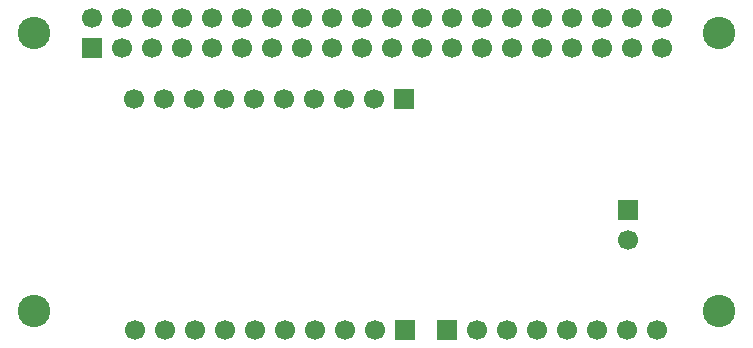
<source format=gbs>
%TF.GenerationSoftware,KiCad,Pcbnew,9.0.2-9.0.2-0~ubuntu24.04.1*%
%TF.CreationDate,2025-07-08T16:58:14-04:00*%
%TF.ProjectId,GPIO_ADC_uHAT,4750494f-5f41-4444-935f-754841542e6b,rev?*%
%TF.SameCoordinates,Original*%
%TF.FileFunction,Soldermask,Bot*%
%TF.FilePolarity,Negative*%
%FSLAX46Y46*%
G04 Gerber Fmt 4.6, Leading zero omitted, Abs format (unit mm)*
G04 Created by KiCad (PCBNEW 9.0.2-9.0.2-0~ubuntu24.04.1) date 2025-07-08 16:58:14*
%MOMM*%
%LPD*%
G01*
G04 APERTURE LIST*
%ADD10R,1.700000X1.700000*%
%ADD11C,1.700000*%
%ADD12C,2.750000*%
G04 APERTURE END LIST*
D10*
%TO.C,J3*%
X151860000Y-87550000D03*
D11*
X149320000Y-87550000D03*
X146780000Y-87550000D03*
X144240000Y-87550000D03*
X141700000Y-87550000D03*
X139160000Y-87550000D03*
X136620000Y-87550000D03*
X134080000Y-87550000D03*
X131540000Y-87550000D03*
X129000000Y-87550000D03*
%TD*%
D12*
%TO.C,J1*%
X120500000Y-62450000D03*
X120500000Y-85950000D03*
X178500000Y-62450000D03*
X178500000Y-85950000D03*
D10*
X125370000Y-63740000D03*
D11*
X125370000Y-61200000D03*
X127910000Y-63740000D03*
X127910000Y-61200000D03*
X130450000Y-63740000D03*
X130450000Y-61200000D03*
X132990000Y-63740000D03*
X132990000Y-61200000D03*
X135530000Y-63740000D03*
X135530000Y-61200000D03*
X138070000Y-63740000D03*
X138070000Y-61200000D03*
X140610000Y-63740000D03*
X140610000Y-61200000D03*
X143150000Y-63740000D03*
X143150000Y-61200000D03*
X145690000Y-63740000D03*
X145690000Y-61200000D03*
X148230000Y-63740000D03*
X148230000Y-61200000D03*
X150770000Y-63740000D03*
X150770000Y-61200000D03*
X153310000Y-63740000D03*
X153310000Y-61200000D03*
X155850000Y-63740000D03*
X155850000Y-61200000D03*
X158390000Y-63740000D03*
X158390000Y-61200000D03*
X160930000Y-63740000D03*
X160930000Y-61200000D03*
X163470000Y-63740000D03*
X163470000Y-61200000D03*
X166010000Y-63740000D03*
X166010000Y-61200000D03*
X168550000Y-63740000D03*
X168550000Y-61200000D03*
X171090000Y-63740000D03*
X171090000Y-61200000D03*
X173630000Y-63740000D03*
X173630000Y-61200000D03*
%TD*%
D10*
%TO.C,J2*%
X151830000Y-68050000D03*
D11*
X149290000Y-68050000D03*
X146750000Y-68050000D03*
X144210000Y-68050000D03*
X141670000Y-68050000D03*
X139130000Y-68050000D03*
X136590000Y-68050000D03*
X134050000Y-68050000D03*
X131510000Y-68050000D03*
X128970000Y-68050000D03*
%TD*%
D10*
%TO.C,J4*%
X155430000Y-87550000D03*
D11*
X157970000Y-87550000D03*
X160510000Y-87550000D03*
X163050000Y-87550000D03*
X165590000Y-87550000D03*
X168130000Y-87550000D03*
X170670000Y-87550000D03*
X173210000Y-87550000D03*
%TD*%
D10*
%TO.C,J5*%
X170800000Y-77400000D03*
D11*
X170800000Y-79940000D03*
%TD*%
M02*

</source>
